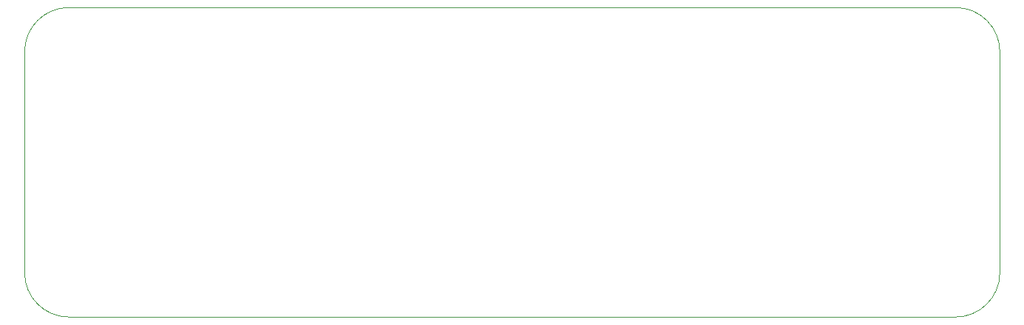
<source format=gbr>
%TF.GenerationSoftware,KiCad,Pcbnew,9.0.4*%
%TF.CreationDate,2025-09-18T09:53:14-07:00*%
%TF.ProjectId,bigpulse,62696770-756c-4736-952e-6b696361645f,rev?*%
%TF.SameCoordinates,Original*%
%TF.FileFunction,Profile,NP*%
%FSLAX46Y46*%
G04 Gerber Fmt 4.6, Leading zero omitted, Abs format (unit mm)*
G04 Created by KiCad (PCBNEW 9.0.4) date 2025-09-18 09:53:14*
%MOMM*%
%LPD*%
G01*
G04 APERTURE LIST*
%TA.AperFunction,Profile*%
%ADD10C,0.050800*%
%TD*%
G04 APERTURE END LIST*
D10*
X234950000Y-83820000D02*
G75*
G02*
X240030000Y-88900000I0J-5080000D01*
G01*
X133350000Y-83820000D02*
X234950000Y-83820000D01*
X128270000Y-114300000D02*
X128270000Y-88900000D01*
X240030000Y-88900000D02*
X240030000Y-114300000D01*
X128270000Y-88900000D02*
G75*
G02*
X133350000Y-83820000I5080000J0D01*
G01*
X133350000Y-119380000D02*
G75*
G02*
X128270000Y-114300000I0J5080000D01*
G01*
X240030000Y-114300000D02*
G75*
G02*
X234950000Y-119380000I-5080000J0D01*
G01*
X234950000Y-119380000D02*
X133350000Y-119380000D01*
M02*

</source>
